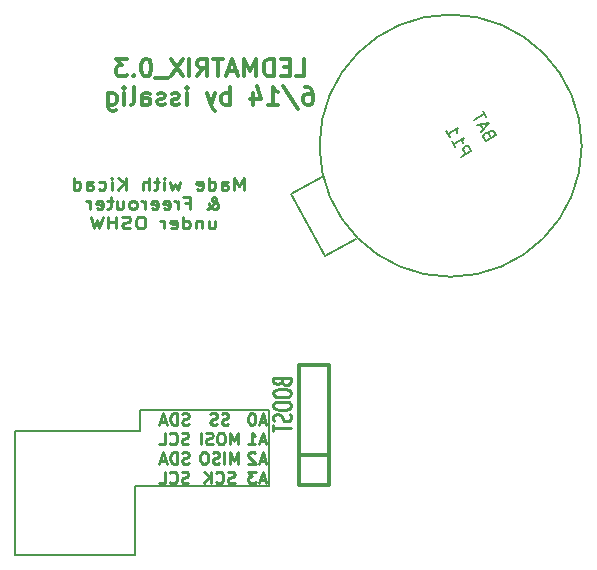
<source format=gbo>
G04 (created by PCBNEW (2013-07-07 BZR 4022)-stable) date 01/06/2014 18:16:58*
%MOIN*%
G04 Gerber Fmt 3.4, Leading zero omitted, Abs format*
%FSLAX34Y34*%
G01*
G70*
G90*
G04 APERTURE LIST*
%ADD10C,0.00590551*%
%ADD11C,0.00787402*%
%ADD12C,0.00984252*%
%ADD13C,0.011811*%
%ADD14C,0.012*%
%ADD15C,0.01*%
G04 APERTURE END LIST*
G54D10*
G54D11*
X76850Y-45550D02*
X77000Y-45550D01*
X76850Y-47850D02*
X76850Y-45550D01*
X72850Y-47850D02*
X76850Y-47850D01*
X72850Y-46850D02*
X72850Y-47850D01*
X72850Y-43700D02*
X72850Y-46850D01*
X77000Y-43700D02*
X72850Y-43700D01*
X77000Y-43000D02*
X77000Y-43700D01*
X81300Y-45550D02*
X77000Y-45550D01*
X81300Y-43000D02*
X81300Y-45550D01*
X77000Y-43000D02*
X81300Y-43000D01*
G54D12*
X80464Y-35659D02*
X80464Y-35265D01*
X80307Y-35546D01*
X80149Y-35265D01*
X80149Y-35659D01*
X79722Y-35659D02*
X79722Y-35453D01*
X79744Y-35415D01*
X79789Y-35396D01*
X79879Y-35396D01*
X79924Y-35415D01*
X79722Y-35640D02*
X79767Y-35659D01*
X79879Y-35659D01*
X79924Y-35640D01*
X79947Y-35603D01*
X79947Y-35565D01*
X79924Y-35528D01*
X79879Y-35509D01*
X79767Y-35509D01*
X79722Y-35490D01*
X79294Y-35659D02*
X79294Y-35265D01*
X79294Y-35640D02*
X79339Y-35659D01*
X79429Y-35659D01*
X79474Y-35640D01*
X79497Y-35621D01*
X79519Y-35584D01*
X79519Y-35471D01*
X79497Y-35434D01*
X79474Y-35415D01*
X79429Y-35396D01*
X79339Y-35396D01*
X79294Y-35415D01*
X78889Y-35640D02*
X78934Y-35659D01*
X79024Y-35659D01*
X79069Y-35640D01*
X79092Y-35603D01*
X79092Y-35453D01*
X79069Y-35415D01*
X79024Y-35396D01*
X78934Y-35396D01*
X78889Y-35415D01*
X78867Y-35453D01*
X78867Y-35490D01*
X79092Y-35528D01*
X78349Y-35396D02*
X78259Y-35659D01*
X78169Y-35471D01*
X78079Y-35659D01*
X77989Y-35396D01*
X77809Y-35659D02*
X77809Y-35396D01*
X77809Y-35265D02*
X77832Y-35284D01*
X77809Y-35303D01*
X77787Y-35284D01*
X77809Y-35265D01*
X77809Y-35303D01*
X77652Y-35396D02*
X77472Y-35396D01*
X77584Y-35265D02*
X77584Y-35603D01*
X77562Y-35640D01*
X77517Y-35659D01*
X77472Y-35659D01*
X77315Y-35659D02*
X77315Y-35265D01*
X77112Y-35659D02*
X77112Y-35453D01*
X77135Y-35415D01*
X77180Y-35396D01*
X77247Y-35396D01*
X77292Y-35415D01*
X77315Y-35434D01*
X76527Y-35659D02*
X76527Y-35265D01*
X76257Y-35659D02*
X76460Y-35434D01*
X76257Y-35265D02*
X76527Y-35490D01*
X76055Y-35659D02*
X76055Y-35396D01*
X76055Y-35265D02*
X76077Y-35284D01*
X76055Y-35303D01*
X76032Y-35284D01*
X76055Y-35265D01*
X76055Y-35303D01*
X75627Y-35640D02*
X75672Y-35659D01*
X75762Y-35659D01*
X75807Y-35640D01*
X75830Y-35621D01*
X75852Y-35584D01*
X75852Y-35471D01*
X75830Y-35434D01*
X75807Y-35415D01*
X75762Y-35396D01*
X75672Y-35396D01*
X75627Y-35415D01*
X75222Y-35659D02*
X75222Y-35453D01*
X75245Y-35415D01*
X75290Y-35396D01*
X75380Y-35396D01*
X75425Y-35415D01*
X75222Y-35640D02*
X75267Y-35659D01*
X75380Y-35659D01*
X75425Y-35640D01*
X75447Y-35603D01*
X75447Y-35565D01*
X75425Y-35528D01*
X75380Y-35509D01*
X75267Y-35509D01*
X75222Y-35490D01*
X74795Y-35659D02*
X74795Y-35265D01*
X74795Y-35640D02*
X74840Y-35659D01*
X74930Y-35659D01*
X74975Y-35640D01*
X74997Y-35621D01*
X75020Y-35584D01*
X75020Y-35471D01*
X74997Y-35434D01*
X74975Y-35415D01*
X74930Y-35396D01*
X74840Y-35396D01*
X74795Y-35415D01*
X79238Y-36308D02*
X79261Y-36308D01*
X79306Y-36290D01*
X79373Y-36233D01*
X79485Y-36121D01*
X79530Y-36065D01*
X79553Y-36008D01*
X79553Y-35971D01*
X79530Y-35934D01*
X79485Y-35915D01*
X79463Y-35915D01*
X79418Y-35934D01*
X79396Y-35971D01*
X79396Y-35990D01*
X79418Y-36027D01*
X79441Y-36046D01*
X79575Y-36121D01*
X79598Y-36140D01*
X79620Y-36177D01*
X79620Y-36233D01*
X79598Y-36271D01*
X79575Y-36290D01*
X79530Y-36308D01*
X79463Y-36308D01*
X79418Y-36290D01*
X79396Y-36271D01*
X79328Y-36196D01*
X79306Y-36140D01*
X79306Y-36102D01*
X78518Y-36102D02*
X78676Y-36102D01*
X78676Y-36308D02*
X78676Y-35915D01*
X78451Y-35915D01*
X78271Y-36308D02*
X78271Y-36046D01*
X78271Y-36121D02*
X78248Y-36083D01*
X78226Y-36065D01*
X78181Y-36046D01*
X78136Y-36046D01*
X77798Y-36290D02*
X77843Y-36308D01*
X77933Y-36308D01*
X77978Y-36290D01*
X78001Y-36252D01*
X78001Y-36102D01*
X77978Y-36065D01*
X77933Y-36046D01*
X77843Y-36046D01*
X77798Y-36065D01*
X77776Y-36102D01*
X77776Y-36140D01*
X78001Y-36177D01*
X77393Y-36290D02*
X77438Y-36308D01*
X77528Y-36308D01*
X77573Y-36290D01*
X77596Y-36252D01*
X77596Y-36102D01*
X77573Y-36065D01*
X77528Y-36046D01*
X77438Y-36046D01*
X77393Y-36065D01*
X77371Y-36102D01*
X77371Y-36140D01*
X77596Y-36177D01*
X77168Y-36308D02*
X77168Y-36046D01*
X77168Y-36121D02*
X77146Y-36083D01*
X77123Y-36065D01*
X77078Y-36046D01*
X77033Y-36046D01*
X76808Y-36308D02*
X76853Y-36290D01*
X76876Y-36271D01*
X76898Y-36233D01*
X76898Y-36121D01*
X76876Y-36083D01*
X76853Y-36065D01*
X76808Y-36046D01*
X76741Y-36046D01*
X76696Y-36065D01*
X76673Y-36083D01*
X76651Y-36121D01*
X76651Y-36233D01*
X76673Y-36271D01*
X76696Y-36290D01*
X76741Y-36308D01*
X76808Y-36308D01*
X76246Y-36046D02*
X76246Y-36308D01*
X76448Y-36046D02*
X76448Y-36252D01*
X76426Y-36290D01*
X76381Y-36308D01*
X76313Y-36308D01*
X76268Y-36290D01*
X76246Y-36271D01*
X76088Y-36046D02*
X75908Y-36046D01*
X76021Y-35915D02*
X76021Y-36252D01*
X75998Y-36290D01*
X75953Y-36308D01*
X75908Y-36308D01*
X75571Y-36290D02*
X75616Y-36308D01*
X75706Y-36308D01*
X75751Y-36290D01*
X75773Y-36252D01*
X75773Y-36102D01*
X75751Y-36065D01*
X75706Y-36046D01*
X75616Y-36046D01*
X75571Y-36065D01*
X75548Y-36102D01*
X75548Y-36140D01*
X75773Y-36177D01*
X75346Y-36308D02*
X75346Y-36046D01*
X75346Y-36121D02*
X75324Y-36083D01*
X75301Y-36065D01*
X75256Y-36046D01*
X75211Y-36046D01*
X79294Y-36696D02*
X79294Y-36958D01*
X79497Y-36696D02*
X79497Y-36902D01*
X79474Y-36939D01*
X79429Y-36958D01*
X79362Y-36958D01*
X79317Y-36939D01*
X79294Y-36921D01*
X79069Y-36696D02*
X79069Y-36958D01*
X79069Y-36733D02*
X79047Y-36714D01*
X79002Y-36696D01*
X78934Y-36696D01*
X78889Y-36714D01*
X78867Y-36752D01*
X78867Y-36958D01*
X78439Y-36958D02*
X78439Y-36564D01*
X78439Y-36939D02*
X78484Y-36958D01*
X78574Y-36958D01*
X78619Y-36939D01*
X78642Y-36921D01*
X78664Y-36883D01*
X78664Y-36771D01*
X78642Y-36733D01*
X78619Y-36714D01*
X78574Y-36696D01*
X78484Y-36696D01*
X78439Y-36714D01*
X78034Y-36939D02*
X78079Y-36958D01*
X78169Y-36958D01*
X78214Y-36939D01*
X78237Y-36902D01*
X78237Y-36752D01*
X78214Y-36714D01*
X78169Y-36696D01*
X78079Y-36696D01*
X78034Y-36714D01*
X78012Y-36752D01*
X78012Y-36789D01*
X78237Y-36827D01*
X77809Y-36958D02*
X77809Y-36696D01*
X77809Y-36771D02*
X77787Y-36733D01*
X77764Y-36714D01*
X77719Y-36696D01*
X77674Y-36696D01*
X77067Y-36564D02*
X76977Y-36564D01*
X76932Y-36583D01*
X76887Y-36621D01*
X76865Y-36696D01*
X76865Y-36827D01*
X76887Y-36902D01*
X76932Y-36939D01*
X76977Y-36958D01*
X77067Y-36958D01*
X77112Y-36939D01*
X77157Y-36902D01*
X77180Y-36827D01*
X77180Y-36696D01*
X77157Y-36621D01*
X77112Y-36583D01*
X77067Y-36564D01*
X76685Y-36939D02*
X76617Y-36958D01*
X76505Y-36958D01*
X76460Y-36939D01*
X76437Y-36921D01*
X76415Y-36883D01*
X76415Y-36846D01*
X76437Y-36808D01*
X76460Y-36789D01*
X76505Y-36771D01*
X76595Y-36752D01*
X76640Y-36733D01*
X76662Y-36714D01*
X76685Y-36677D01*
X76685Y-36639D01*
X76662Y-36602D01*
X76640Y-36583D01*
X76595Y-36564D01*
X76482Y-36564D01*
X76415Y-36583D01*
X76212Y-36958D02*
X76212Y-36564D01*
X76212Y-36752D02*
X75942Y-36752D01*
X75942Y-36958D02*
X75942Y-36564D01*
X75762Y-36564D02*
X75650Y-36958D01*
X75560Y-36677D01*
X75470Y-36958D01*
X75357Y-36564D01*
G54D13*
X82190Y-31889D02*
X82471Y-31889D01*
X82471Y-31298D01*
X81993Y-31579D02*
X81796Y-31579D01*
X81712Y-31889D02*
X81993Y-31889D01*
X81993Y-31298D01*
X81712Y-31298D01*
X81459Y-31889D02*
X81459Y-31298D01*
X81318Y-31298D01*
X81234Y-31326D01*
X81177Y-31382D01*
X81149Y-31439D01*
X81121Y-31551D01*
X81121Y-31635D01*
X81149Y-31748D01*
X81177Y-31804D01*
X81234Y-31860D01*
X81318Y-31889D01*
X81459Y-31889D01*
X80868Y-31889D02*
X80868Y-31298D01*
X80671Y-31720D01*
X80474Y-31298D01*
X80474Y-31889D01*
X80221Y-31720D02*
X79940Y-31720D01*
X80278Y-31889D02*
X80081Y-31298D01*
X79884Y-31889D01*
X79771Y-31298D02*
X79434Y-31298D01*
X79603Y-31889D02*
X79603Y-31298D01*
X78900Y-31889D02*
X79096Y-31607D01*
X79237Y-31889D02*
X79237Y-31298D01*
X79012Y-31298D01*
X78956Y-31326D01*
X78928Y-31354D01*
X78900Y-31410D01*
X78900Y-31495D01*
X78928Y-31551D01*
X78956Y-31579D01*
X79012Y-31607D01*
X79237Y-31607D01*
X78646Y-31889D02*
X78646Y-31298D01*
X78421Y-31298D02*
X78028Y-31889D01*
X78028Y-31298D02*
X78421Y-31889D01*
X77943Y-31945D02*
X77493Y-31945D01*
X77240Y-31298D02*
X77184Y-31298D01*
X77128Y-31326D01*
X77100Y-31354D01*
X77072Y-31410D01*
X77044Y-31523D01*
X77044Y-31664D01*
X77072Y-31776D01*
X77100Y-31832D01*
X77128Y-31860D01*
X77184Y-31889D01*
X77240Y-31889D01*
X77297Y-31860D01*
X77325Y-31832D01*
X77353Y-31776D01*
X77381Y-31664D01*
X77381Y-31523D01*
X77353Y-31410D01*
X77325Y-31354D01*
X77297Y-31326D01*
X77240Y-31298D01*
X76790Y-31832D02*
X76762Y-31860D01*
X76790Y-31889D01*
X76819Y-31860D01*
X76790Y-31832D01*
X76790Y-31889D01*
X76565Y-31298D02*
X76200Y-31298D01*
X76397Y-31523D01*
X76312Y-31523D01*
X76256Y-31551D01*
X76228Y-31579D01*
X76200Y-31635D01*
X76200Y-31776D01*
X76228Y-31832D01*
X76256Y-31860D01*
X76312Y-31889D01*
X76481Y-31889D01*
X76537Y-31860D01*
X76565Y-31832D01*
X82499Y-32243D02*
X82612Y-32243D01*
X82668Y-32271D01*
X82696Y-32299D01*
X82752Y-32383D01*
X82780Y-32496D01*
X82780Y-32721D01*
X82752Y-32777D01*
X82724Y-32805D01*
X82668Y-32833D01*
X82555Y-32833D01*
X82499Y-32805D01*
X82471Y-32777D01*
X82443Y-32721D01*
X82443Y-32580D01*
X82471Y-32524D01*
X82499Y-32496D01*
X82555Y-32468D01*
X82668Y-32468D01*
X82724Y-32496D01*
X82752Y-32524D01*
X82780Y-32580D01*
X81768Y-32215D02*
X82274Y-32974D01*
X81262Y-32833D02*
X81599Y-32833D01*
X81430Y-32833D02*
X81430Y-32243D01*
X81487Y-32327D01*
X81543Y-32383D01*
X81599Y-32412D01*
X80756Y-32440D02*
X80756Y-32833D01*
X80896Y-32215D02*
X81037Y-32637D01*
X80671Y-32637D01*
X79996Y-32833D02*
X79996Y-32243D01*
X79996Y-32468D02*
X79940Y-32440D01*
X79828Y-32440D01*
X79771Y-32468D01*
X79743Y-32496D01*
X79715Y-32552D01*
X79715Y-32721D01*
X79743Y-32777D01*
X79771Y-32805D01*
X79828Y-32833D01*
X79940Y-32833D01*
X79996Y-32805D01*
X79518Y-32440D02*
X79378Y-32833D01*
X79237Y-32440D02*
X79378Y-32833D01*
X79434Y-32974D01*
X79462Y-33002D01*
X79518Y-33030D01*
X78562Y-32833D02*
X78562Y-32440D01*
X78562Y-32243D02*
X78590Y-32271D01*
X78562Y-32299D01*
X78534Y-32271D01*
X78562Y-32243D01*
X78562Y-32299D01*
X78309Y-32805D02*
X78253Y-32833D01*
X78140Y-32833D01*
X78084Y-32805D01*
X78056Y-32749D01*
X78056Y-32721D01*
X78084Y-32665D01*
X78140Y-32637D01*
X78225Y-32637D01*
X78281Y-32608D01*
X78309Y-32552D01*
X78309Y-32524D01*
X78281Y-32468D01*
X78225Y-32440D01*
X78140Y-32440D01*
X78084Y-32468D01*
X77831Y-32805D02*
X77775Y-32833D01*
X77662Y-32833D01*
X77606Y-32805D01*
X77578Y-32749D01*
X77578Y-32721D01*
X77606Y-32665D01*
X77662Y-32637D01*
X77747Y-32637D01*
X77803Y-32608D01*
X77831Y-32552D01*
X77831Y-32524D01*
X77803Y-32468D01*
X77747Y-32440D01*
X77662Y-32440D01*
X77606Y-32468D01*
X77072Y-32833D02*
X77072Y-32524D01*
X77100Y-32468D01*
X77156Y-32440D01*
X77269Y-32440D01*
X77325Y-32468D01*
X77072Y-32805D02*
X77128Y-32833D01*
X77269Y-32833D01*
X77325Y-32805D01*
X77353Y-32749D01*
X77353Y-32693D01*
X77325Y-32637D01*
X77269Y-32608D01*
X77128Y-32608D01*
X77072Y-32580D01*
X76706Y-32833D02*
X76762Y-32805D01*
X76790Y-32749D01*
X76790Y-32243D01*
X76481Y-32833D02*
X76481Y-32440D01*
X76481Y-32243D02*
X76509Y-32271D01*
X76481Y-32299D01*
X76453Y-32271D01*
X76481Y-32243D01*
X76481Y-32299D01*
X75947Y-32440D02*
X75947Y-32918D01*
X75975Y-32974D01*
X76003Y-33002D01*
X76059Y-33030D01*
X76144Y-33030D01*
X76200Y-33002D01*
X75947Y-32805D02*
X76003Y-32833D01*
X76116Y-32833D01*
X76172Y-32805D01*
X76200Y-32777D01*
X76228Y-32721D01*
X76228Y-32552D01*
X76200Y-32496D01*
X76172Y-32468D01*
X76116Y-32440D01*
X76003Y-32440D01*
X75947Y-32468D01*
G54D12*
X81181Y-43396D02*
X80993Y-43396D01*
X81218Y-43509D02*
X81087Y-43115D01*
X80956Y-43509D01*
X80750Y-43115D02*
X80712Y-43115D01*
X80675Y-43134D01*
X80656Y-43153D01*
X80637Y-43190D01*
X80618Y-43265D01*
X80618Y-43359D01*
X80637Y-43434D01*
X80656Y-43471D01*
X80675Y-43490D01*
X80712Y-43509D01*
X80750Y-43509D01*
X80787Y-43490D01*
X80806Y-43471D01*
X80825Y-43434D01*
X80843Y-43359D01*
X80843Y-43265D01*
X80825Y-43190D01*
X80806Y-43153D01*
X80787Y-43134D01*
X80750Y-43115D01*
X81181Y-44046D02*
X80993Y-44046D01*
X81218Y-44158D02*
X81087Y-43765D01*
X80956Y-44158D01*
X80618Y-44158D02*
X80843Y-44158D01*
X80731Y-44158D02*
X80731Y-43765D01*
X80768Y-43821D01*
X80806Y-43858D01*
X80843Y-43877D01*
X81181Y-44696D02*
X80993Y-44696D01*
X81218Y-44808D02*
X81087Y-44414D01*
X80956Y-44808D01*
X80843Y-44452D02*
X80825Y-44433D01*
X80787Y-44414D01*
X80693Y-44414D01*
X80656Y-44433D01*
X80637Y-44452D01*
X80618Y-44489D01*
X80618Y-44527D01*
X80637Y-44583D01*
X80862Y-44808D01*
X80618Y-44808D01*
X81181Y-45345D02*
X80993Y-45345D01*
X81218Y-45458D02*
X81087Y-45064D01*
X80956Y-45458D01*
X80862Y-45064D02*
X80618Y-45064D01*
X80750Y-45214D01*
X80693Y-45214D01*
X80656Y-45233D01*
X80637Y-45251D01*
X80618Y-45289D01*
X80618Y-45383D01*
X80637Y-45420D01*
X80656Y-45439D01*
X80693Y-45458D01*
X80806Y-45458D01*
X80843Y-45439D01*
X80862Y-45420D01*
X78628Y-43490D02*
X78571Y-43509D01*
X78478Y-43509D01*
X78440Y-43490D01*
X78421Y-43471D01*
X78403Y-43434D01*
X78403Y-43396D01*
X78421Y-43359D01*
X78440Y-43340D01*
X78478Y-43321D01*
X78553Y-43303D01*
X78590Y-43284D01*
X78609Y-43265D01*
X78628Y-43228D01*
X78628Y-43190D01*
X78609Y-43153D01*
X78590Y-43134D01*
X78553Y-43115D01*
X78459Y-43115D01*
X78403Y-43134D01*
X78234Y-43509D02*
X78234Y-43115D01*
X78140Y-43115D01*
X78084Y-43134D01*
X78046Y-43171D01*
X78028Y-43209D01*
X78009Y-43284D01*
X78009Y-43340D01*
X78028Y-43415D01*
X78046Y-43453D01*
X78084Y-43490D01*
X78140Y-43509D01*
X78234Y-43509D01*
X77859Y-43396D02*
X77671Y-43396D01*
X77896Y-43509D02*
X77765Y-43115D01*
X77634Y-43509D01*
X78618Y-44140D02*
X78562Y-44158D01*
X78468Y-44158D01*
X78431Y-44140D01*
X78412Y-44121D01*
X78393Y-44083D01*
X78393Y-44046D01*
X78412Y-44008D01*
X78431Y-43990D01*
X78468Y-43971D01*
X78543Y-43952D01*
X78581Y-43933D01*
X78599Y-43915D01*
X78618Y-43877D01*
X78618Y-43840D01*
X78599Y-43802D01*
X78581Y-43784D01*
X78543Y-43765D01*
X78449Y-43765D01*
X78393Y-43784D01*
X78000Y-44121D02*
X78018Y-44140D01*
X78075Y-44158D01*
X78112Y-44158D01*
X78168Y-44140D01*
X78206Y-44102D01*
X78224Y-44065D01*
X78243Y-43990D01*
X78243Y-43933D01*
X78224Y-43858D01*
X78206Y-43821D01*
X78168Y-43784D01*
X78112Y-43765D01*
X78075Y-43765D01*
X78018Y-43784D01*
X78000Y-43802D01*
X77643Y-44158D02*
X77831Y-44158D01*
X77831Y-43765D01*
X78628Y-44789D02*
X78571Y-44808D01*
X78478Y-44808D01*
X78440Y-44789D01*
X78421Y-44771D01*
X78403Y-44733D01*
X78403Y-44696D01*
X78421Y-44658D01*
X78440Y-44639D01*
X78478Y-44621D01*
X78553Y-44602D01*
X78590Y-44583D01*
X78609Y-44564D01*
X78628Y-44527D01*
X78628Y-44489D01*
X78609Y-44452D01*
X78590Y-44433D01*
X78553Y-44414D01*
X78459Y-44414D01*
X78403Y-44433D01*
X78234Y-44808D02*
X78234Y-44414D01*
X78140Y-44414D01*
X78084Y-44433D01*
X78046Y-44471D01*
X78028Y-44508D01*
X78009Y-44583D01*
X78009Y-44639D01*
X78028Y-44714D01*
X78046Y-44752D01*
X78084Y-44789D01*
X78140Y-44808D01*
X78234Y-44808D01*
X77859Y-44696D02*
X77671Y-44696D01*
X77896Y-44808D02*
X77765Y-44414D01*
X77634Y-44808D01*
X78618Y-45439D02*
X78562Y-45458D01*
X78468Y-45458D01*
X78431Y-45439D01*
X78412Y-45420D01*
X78393Y-45383D01*
X78393Y-45345D01*
X78412Y-45308D01*
X78431Y-45289D01*
X78468Y-45270D01*
X78543Y-45251D01*
X78581Y-45233D01*
X78599Y-45214D01*
X78618Y-45176D01*
X78618Y-45139D01*
X78599Y-45101D01*
X78581Y-45083D01*
X78543Y-45064D01*
X78449Y-45064D01*
X78393Y-45083D01*
X78000Y-45420D02*
X78018Y-45439D01*
X78075Y-45458D01*
X78112Y-45458D01*
X78168Y-45439D01*
X78206Y-45401D01*
X78224Y-45364D01*
X78243Y-45289D01*
X78243Y-45233D01*
X78224Y-45158D01*
X78206Y-45120D01*
X78168Y-45083D01*
X78112Y-45064D01*
X78075Y-45064D01*
X78018Y-45083D01*
X78000Y-45101D01*
X77643Y-45458D02*
X77831Y-45458D01*
X77831Y-45064D01*
X79949Y-43490D02*
X79893Y-43509D01*
X79799Y-43509D01*
X79762Y-43490D01*
X79743Y-43471D01*
X79724Y-43434D01*
X79724Y-43396D01*
X79743Y-43359D01*
X79762Y-43340D01*
X79799Y-43321D01*
X79874Y-43303D01*
X79912Y-43284D01*
X79931Y-43265D01*
X79949Y-43228D01*
X79949Y-43190D01*
X79931Y-43153D01*
X79912Y-43134D01*
X79874Y-43115D01*
X79781Y-43115D01*
X79724Y-43134D01*
X79575Y-43490D02*
X79518Y-43509D01*
X79425Y-43509D01*
X79387Y-43490D01*
X79368Y-43471D01*
X79350Y-43434D01*
X79350Y-43396D01*
X79368Y-43359D01*
X79387Y-43340D01*
X79425Y-43321D01*
X79500Y-43303D01*
X79537Y-43284D01*
X79556Y-43265D01*
X79575Y-43228D01*
X79575Y-43190D01*
X79556Y-43153D01*
X79537Y-43134D01*
X79500Y-43115D01*
X79406Y-43115D01*
X79350Y-43134D01*
X80268Y-44158D02*
X80268Y-43765D01*
X80137Y-44046D01*
X80006Y-43765D01*
X80006Y-44158D01*
X79743Y-43765D02*
X79668Y-43765D01*
X79631Y-43784D01*
X79593Y-43821D01*
X79575Y-43896D01*
X79575Y-44027D01*
X79593Y-44102D01*
X79631Y-44140D01*
X79668Y-44158D01*
X79743Y-44158D01*
X79781Y-44140D01*
X79818Y-44102D01*
X79837Y-44027D01*
X79837Y-43896D01*
X79818Y-43821D01*
X79781Y-43784D01*
X79743Y-43765D01*
X79425Y-44140D02*
X79368Y-44158D01*
X79275Y-44158D01*
X79237Y-44140D01*
X79218Y-44121D01*
X79200Y-44083D01*
X79200Y-44046D01*
X79218Y-44008D01*
X79237Y-43990D01*
X79275Y-43971D01*
X79350Y-43952D01*
X79387Y-43933D01*
X79406Y-43915D01*
X79425Y-43877D01*
X79425Y-43840D01*
X79406Y-43802D01*
X79387Y-43784D01*
X79350Y-43765D01*
X79256Y-43765D01*
X79200Y-43784D01*
X79031Y-44158D02*
X79031Y-43765D01*
X80268Y-44808D02*
X80268Y-44414D01*
X80137Y-44696D01*
X80006Y-44414D01*
X80006Y-44808D01*
X79818Y-44808D02*
X79818Y-44414D01*
X79650Y-44789D02*
X79593Y-44808D01*
X79500Y-44808D01*
X79462Y-44789D01*
X79443Y-44771D01*
X79425Y-44733D01*
X79425Y-44696D01*
X79443Y-44658D01*
X79462Y-44639D01*
X79500Y-44621D01*
X79575Y-44602D01*
X79612Y-44583D01*
X79631Y-44564D01*
X79650Y-44527D01*
X79650Y-44489D01*
X79631Y-44452D01*
X79612Y-44433D01*
X79575Y-44414D01*
X79481Y-44414D01*
X79425Y-44433D01*
X79181Y-44414D02*
X79106Y-44414D01*
X79068Y-44433D01*
X79031Y-44471D01*
X79012Y-44546D01*
X79012Y-44677D01*
X79031Y-44752D01*
X79068Y-44789D01*
X79106Y-44808D01*
X79181Y-44808D01*
X79218Y-44789D01*
X79256Y-44752D01*
X79275Y-44677D01*
X79275Y-44546D01*
X79256Y-44471D01*
X79218Y-44433D01*
X79181Y-44414D01*
X80156Y-45439D02*
X80099Y-45458D01*
X80006Y-45458D01*
X79968Y-45439D01*
X79949Y-45420D01*
X79931Y-45383D01*
X79931Y-45345D01*
X79949Y-45308D01*
X79968Y-45289D01*
X80006Y-45270D01*
X80081Y-45251D01*
X80118Y-45233D01*
X80137Y-45214D01*
X80156Y-45176D01*
X80156Y-45139D01*
X80137Y-45101D01*
X80118Y-45083D01*
X80081Y-45064D01*
X79987Y-45064D01*
X79931Y-45083D01*
X79537Y-45420D02*
X79556Y-45439D01*
X79612Y-45458D01*
X79649Y-45458D01*
X79706Y-45439D01*
X79743Y-45401D01*
X79762Y-45364D01*
X79781Y-45289D01*
X79781Y-45233D01*
X79762Y-45158D01*
X79743Y-45120D01*
X79706Y-45083D01*
X79649Y-45064D01*
X79612Y-45064D01*
X79556Y-45083D01*
X79537Y-45101D01*
X79368Y-45458D02*
X79368Y-45064D01*
X79143Y-45458D02*
X79312Y-45233D01*
X79143Y-45064D02*
X79368Y-45289D01*
G54D14*
X83300Y-45500D02*
X83300Y-45500D01*
X82300Y-45500D02*
X83300Y-45500D01*
X83300Y-45500D02*
X83300Y-45500D01*
X83300Y-45500D02*
X83300Y-41500D01*
X83300Y-41500D02*
X82300Y-41500D01*
X82300Y-41500D02*
X82300Y-45500D01*
X82300Y-44500D02*
X83300Y-44500D01*
G54D10*
X83065Y-35226D02*
X82032Y-35798D01*
X82032Y-35798D02*
X83177Y-37864D01*
X83177Y-37864D02*
X84210Y-37292D01*
X91727Y-34197D02*
G75*
G03X91727Y-34197I-4370J0D01*
G74*
G01*
G54D15*
X81728Y-42066D02*
X81757Y-42123D01*
X81785Y-42142D01*
X81842Y-42161D01*
X81928Y-42161D01*
X81985Y-42142D01*
X82014Y-42123D01*
X82042Y-42085D01*
X82042Y-41933D01*
X81442Y-41933D01*
X81442Y-42066D01*
X81471Y-42104D01*
X81500Y-42123D01*
X81557Y-42142D01*
X81614Y-42142D01*
X81671Y-42123D01*
X81700Y-42104D01*
X81728Y-42066D01*
X81728Y-41933D01*
X81442Y-42409D02*
X81442Y-42485D01*
X81471Y-42523D01*
X81528Y-42561D01*
X81642Y-42580D01*
X81842Y-42580D01*
X81957Y-42561D01*
X82014Y-42523D01*
X82042Y-42485D01*
X82042Y-42409D01*
X82014Y-42371D01*
X81957Y-42333D01*
X81842Y-42314D01*
X81642Y-42314D01*
X81528Y-42333D01*
X81471Y-42371D01*
X81442Y-42409D01*
X81442Y-42828D02*
X81442Y-42904D01*
X81471Y-42942D01*
X81528Y-42980D01*
X81642Y-43000D01*
X81842Y-43000D01*
X81957Y-42980D01*
X82014Y-42942D01*
X82042Y-42904D01*
X82042Y-42828D01*
X82014Y-42790D01*
X81957Y-42752D01*
X81842Y-42733D01*
X81642Y-42733D01*
X81528Y-42752D01*
X81471Y-42790D01*
X81442Y-42828D01*
X82014Y-43152D02*
X82042Y-43209D01*
X82042Y-43304D01*
X82014Y-43342D01*
X81985Y-43361D01*
X81928Y-43380D01*
X81871Y-43380D01*
X81814Y-43361D01*
X81785Y-43342D01*
X81757Y-43304D01*
X81728Y-43228D01*
X81700Y-43190D01*
X81671Y-43171D01*
X81614Y-43152D01*
X81557Y-43152D01*
X81500Y-43171D01*
X81471Y-43190D01*
X81442Y-43228D01*
X81442Y-43323D01*
X81471Y-43380D01*
X81442Y-43495D02*
X81442Y-43723D01*
X82042Y-43609D02*
X81442Y-43609D01*
G54D10*
X87690Y-34559D02*
X88034Y-34368D01*
X87962Y-34237D01*
X87927Y-34213D01*
X87902Y-34206D01*
X87860Y-34208D01*
X87810Y-34235D01*
X87787Y-34270D01*
X87779Y-34295D01*
X87781Y-34337D01*
X87854Y-34468D01*
X87399Y-34035D02*
X87508Y-34231D01*
X87454Y-34133D02*
X87798Y-33942D01*
X87767Y-34002D01*
X87752Y-34053D01*
X87754Y-34095D01*
X87217Y-33707D02*
X87326Y-33903D01*
X87272Y-33805D02*
X87616Y-33614D01*
X87585Y-33674D01*
X87571Y-33725D01*
X87572Y-33767D01*
X88640Y-33818D02*
X88597Y-33778D01*
X88571Y-33771D01*
X88529Y-33772D01*
X88480Y-33800D01*
X88456Y-33834D01*
X88449Y-33860D01*
X88451Y-33902D01*
X88524Y-34033D01*
X88868Y-33842D01*
X88804Y-33727D01*
X88770Y-33704D01*
X88744Y-33696D01*
X88702Y-33698D01*
X88670Y-33716D01*
X88646Y-33751D01*
X88639Y-33776D01*
X88640Y-33818D01*
X88704Y-33933D01*
X88440Y-33650D02*
X88349Y-33486D01*
X88360Y-33738D02*
X88641Y-33432D01*
X88233Y-33508D01*
X88541Y-33252D02*
X88432Y-33055D01*
X88142Y-33344D02*
X88486Y-33153D01*
M02*

</source>
